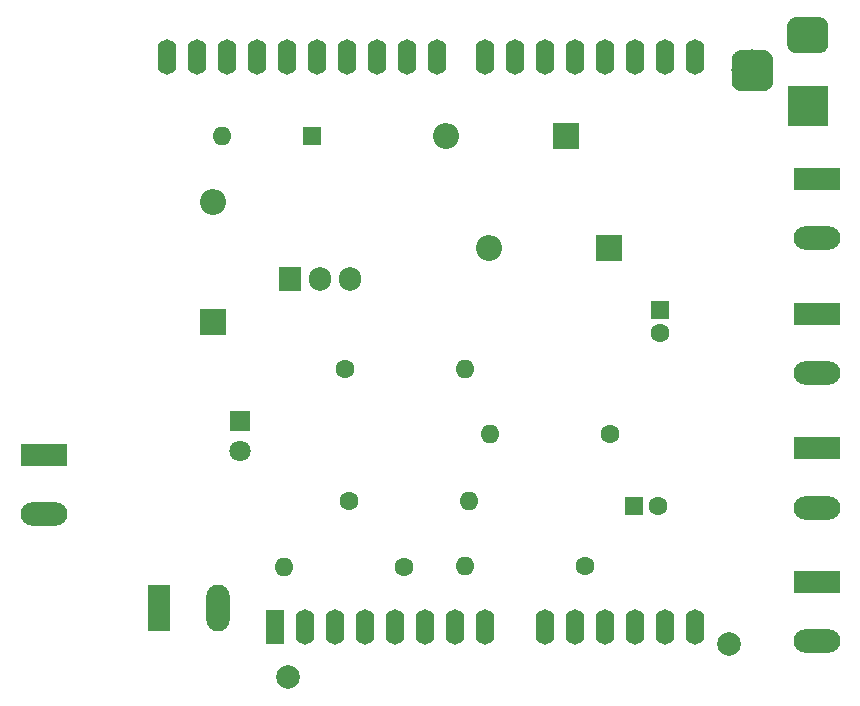
<source format=gbr>
G04 #@! TF.GenerationSoftware,KiCad,Pcbnew,5.0.2-bee76a0~70~ubuntu16.04.1*
G04 #@! TF.CreationDate,2019-09-09T00:06:54-05:00*
G04 #@! TF.ProjectId,sensor_machine,73656e73-6f72-45f6-9d61-6368696e652e,V1*
G04 #@! TF.SameCoordinates,Original*
G04 #@! TF.FileFunction,Copper,L1,Top*
G04 #@! TF.FilePolarity,Positive*
%FSLAX46Y46*%
G04 Gerber Fmt 4.6, Leading zero omitted, Abs format (unit mm)*
G04 Created by KiCad (PCBNEW 5.0.2-bee76a0~70~ubuntu16.04.1) date lun 09 sep 2019 00:06:54 -05*
%MOMM*%
%LPD*%
G01*
G04 APERTURE LIST*
G04 #@! TA.AperFunction,ComponentPad*
%ADD10O,1.600000X3.000000*%
G04 #@! TD*
G04 #@! TA.AperFunction,ComponentPad*
%ADD11R,1.600000X3.000000*%
G04 #@! TD*
G04 #@! TA.AperFunction,ComponentPad*
%ADD12R,3.960000X1.980000*%
G04 #@! TD*
G04 #@! TA.AperFunction,ComponentPad*
%ADD13O,3.960000X1.980000*%
G04 #@! TD*
G04 #@! TA.AperFunction,ComponentPad*
%ADD14R,1.600000X1.600000*%
G04 #@! TD*
G04 #@! TA.AperFunction,ComponentPad*
%ADD15C,1.600000*%
G04 #@! TD*
G04 #@! TA.AperFunction,ComponentPad*
%ADD16R,2.200000X2.200000*%
G04 #@! TD*
G04 #@! TA.AperFunction,ComponentPad*
%ADD17O,2.200000X2.200000*%
G04 #@! TD*
G04 #@! TA.AperFunction,ComponentPad*
%ADD18R,1.800000X1.800000*%
G04 #@! TD*
G04 #@! TA.AperFunction,ComponentPad*
%ADD19C,1.800000*%
G04 #@! TD*
G04 #@! TA.AperFunction,ComponentPad*
%ADD20R,3.500000X3.500000*%
G04 #@! TD*
G04 #@! TA.AperFunction,Conductor*
%ADD21C,0.100000*%
G04 #@! TD*
G04 #@! TA.AperFunction,ComponentPad*
%ADD22C,3.000000*%
G04 #@! TD*
G04 #@! TA.AperFunction,ComponentPad*
%ADD23C,3.500000*%
G04 #@! TD*
G04 #@! TA.AperFunction,ComponentPad*
%ADD24O,1.600000X1.600000*%
G04 #@! TD*
G04 #@! TA.AperFunction,ComponentPad*
%ADD25R,1.905000X2.000000*%
G04 #@! TD*
G04 #@! TA.AperFunction,ComponentPad*
%ADD26O,1.905000X2.000000*%
G04 #@! TD*
G04 #@! TA.AperFunction,ComponentPad*
%ADD27R,1.980000X3.960000*%
G04 #@! TD*
G04 #@! TA.AperFunction,ComponentPad*
%ADD28O,1.980000X3.960000*%
G04 #@! TD*
G04 #@! TA.AperFunction,ComponentPad*
%ADD29C,1.998980*%
G04 #@! TD*
G04 APERTURE END LIST*
D10*
G04 #@! TO.P,U1,16*
G04 #@! TO.N,Net-(U1-Pad16)*
X172135800Y-71234300D03*
G04 #@! TO.P,U1,15*
G04 #@! TO.N,Net-(U1-Pad15)*
X174675800Y-71234300D03*
G04 #@! TO.P,U1,30*
G04 #@! TO.N,Net-(U1-Pad30)*
X135055800Y-71234300D03*
G04 #@! TO.P,U1,14*
G04 #@! TO.N,Net-(J6-Pad1)*
X174675800Y-119494300D03*
G04 #@! TO.P,U1,29*
G04 #@! TO.N,GND*
X137595800Y-71234300D03*
G04 #@! TO.P,U1,13*
G04 #@! TO.N,Net-(U1-Pad13)*
X172135800Y-119494300D03*
G04 #@! TO.P,U1,28*
G04 #@! TO.N,Net-(U1-Pad28)*
X140135800Y-71234300D03*
G04 #@! TO.P,U1,12*
G04 #@! TO.N,/A3*
X169595800Y-119494300D03*
G04 #@! TO.P,U1,27*
G04 #@! TO.N,Net-(U1-Pad27)*
X142675800Y-71234300D03*
G04 #@! TO.P,U1,11*
G04 #@! TO.N,Net-(U1-Pad11)*
X167055800Y-119494300D03*
G04 #@! TO.P,U1,26*
G04 #@! TO.N,Net-(U1-Pad26)*
X145215800Y-71234300D03*
G04 #@! TO.P,U1,10*
G04 #@! TO.N,Net-(U1-Pad10)*
X164515800Y-119494300D03*
G04 #@! TO.P,U1,25*
G04 #@! TO.N,Net-(U1-Pad25)*
X147755800Y-71234300D03*
G04 #@! TO.P,U1,9*
G04 #@! TO.N,Net-(U1-Pad9)*
X161975800Y-119494300D03*
G04 #@! TO.P,U1,24*
G04 #@! TO.N,Net-(U1-Pad24)*
X150295800Y-71234300D03*
G04 #@! TO.P,U1,8*
G04 #@! TO.N,Net-(U1-Pad8)*
X156895800Y-119494300D03*
G04 #@! TO.P,U1,23*
G04 #@! TO.N,Net-(U1-Pad23)*
X152835800Y-71234300D03*
G04 #@! TO.P,U1,7*
G04 #@! TO.N,GND*
X154355800Y-119494300D03*
G04 #@! TO.P,U1,22*
G04 #@! TO.N,Net-(U1-Pad22)*
X156895800Y-71234300D03*
G04 #@! TO.P,U1,6*
G04 #@! TO.N,GND*
X151815800Y-119494300D03*
G04 #@! TO.P,U1,21*
G04 #@! TO.N,/D6*
X159435800Y-71234300D03*
G04 #@! TO.P,U1,5*
G04 #@! TO.N,/5v*
X149275800Y-119494300D03*
G04 #@! TO.P,U1,20*
G04 #@! TO.N,Net-(U1-Pad20)*
X161975800Y-71234300D03*
G04 #@! TO.P,U1,4*
G04 #@! TO.N,Net-(U1-Pad4)*
X146735800Y-119494300D03*
G04 #@! TO.P,U1,19*
G04 #@! TO.N,/D4*
X164515800Y-71234300D03*
G04 #@! TO.P,U1,3*
G04 #@! TO.N,Net-(U1-Pad3)*
X144195800Y-119494300D03*
G04 #@! TO.P,U1,18*
G04 #@! TO.N,Net-(U1-Pad18)*
X167055800Y-71234300D03*
G04 #@! TO.P,U1,2*
G04 #@! TO.N,Net-(U1-Pad2)*
X141655800Y-119494300D03*
G04 #@! TO.P,U1,17*
G04 #@! TO.N,Net-(U1-Pad17)*
X169595800Y-71234300D03*
D11*
G04 #@! TO.P,U1,1*
G04 #@! TO.N,Net-(U1-Pad1)*
X139115800Y-119494300D03*
D10*
G04 #@! TO.P,U1,31*
G04 #@! TO.N,Net-(U1-Pad31)*
X132515800Y-71234300D03*
G04 #@! TO.P,U1,32*
G04 #@! TO.N,Net-(U1-Pad32)*
X129975800Y-71234300D03*
G04 #@! TD*
D12*
G04 #@! TO.P,J5,1*
G04 #@! TO.N,Net-(D4-Pad1)*
X119570500Y-104940100D03*
D13*
G04 #@! TO.P,J5,2*
G04 #@! TO.N,GND*
X119570500Y-109940100D03*
G04 #@! TD*
D14*
G04 #@! TO.P,C1,1*
G04 #@! TO.N,/A3*
X169570400Y-109270800D03*
D15*
G04 #@! TO.P,C1,2*
G04 #@! TO.N,GND*
X171570400Y-109270800D03*
G04 #@! TD*
G04 #@! TO.P,C2,2*
G04 #@! TO.N,GND*
X171767500Y-94633800D03*
D14*
G04 #@! TO.P,C2,1*
G04 #@! TO.N,+12V*
X171767500Y-92633800D03*
G04 #@! TD*
D16*
G04 #@! TO.P,D1,1*
G04 #@! TO.N,+12V*
X167436800Y-87401400D03*
D17*
G04 #@! TO.P,D1,2*
G04 #@! TO.N,+7.5V*
X157276800Y-87401400D03*
G04 #@! TD*
D18*
G04 #@! TO.P,D2,1*
G04 #@! TO.N,GND*
X136207500Y-102044500D03*
D19*
G04 #@! TO.P,D2,2*
G04 #@! TO.N,Net-(D2-Pad2)*
X136207500Y-104584500D03*
G04 #@! TD*
D16*
G04 #@! TO.P,D3,1*
G04 #@! TO.N,Net-(D3-Pad1)*
X163766500Y-77901800D03*
D17*
G04 #@! TO.P,D3,2*
G04 #@! TO.N,+12V*
X153606500Y-77901800D03*
G04 #@! TD*
G04 #@! TO.P,D4,2*
G04 #@! TO.N,+7.5V*
X133908800Y-83464400D03*
D16*
G04 #@! TO.P,D4,1*
G04 #@! TO.N,Net-(D4-Pad1)*
X133908800Y-93624400D03*
G04 #@! TD*
D20*
G04 #@! TO.P,J1,1*
G04 #@! TO.N,Net-(J1-Pad1)*
X184251600Y-75361800D03*
D21*
G04 #@! TD*
G04 #@! TO.N,GND*
G04 #@! TO.C,J1*
G36*
X185325113Y-67865411D02*
X185397918Y-67876211D01*
X185469314Y-67894095D01*
X185538613Y-67918890D01*
X185605148Y-67950359D01*
X185668278Y-67988198D01*
X185727395Y-68032042D01*
X185781930Y-68081470D01*
X185831358Y-68136005D01*
X185875202Y-68195122D01*
X185913041Y-68258252D01*
X185944510Y-68324787D01*
X185969305Y-68394086D01*
X185987189Y-68465482D01*
X185997989Y-68538287D01*
X186001600Y-68611800D01*
X186001600Y-70111800D01*
X185997989Y-70185313D01*
X185987189Y-70258118D01*
X185969305Y-70329514D01*
X185944510Y-70398813D01*
X185913041Y-70465348D01*
X185875202Y-70528478D01*
X185831358Y-70587595D01*
X185781930Y-70642130D01*
X185727395Y-70691558D01*
X185668278Y-70735402D01*
X185605148Y-70773241D01*
X185538613Y-70804710D01*
X185469314Y-70829505D01*
X185397918Y-70847389D01*
X185325113Y-70858189D01*
X185251600Y-70861800D01*
X183251600Y-70861800D01*
X183178087Y-70858189D01*
X183105282Y-70847389D01*
X183033886Y-70829505D01*
X182964587Y-70804710D01*
X182898052Y-70773241D01*
X182834922Y-70735402D01*
X182775805Y-70691558D01*
X182721270Y-70642130D01*
X182671842Y-70587595D01*
X182627998Y-70528478D01*
X182590159Y-70465348D01*
X182558690Y-70398813D01*
X182533895Y-70329514D01*
X182516011Y-70258118D01*
X182505211Y-70185313D01*
X182501600Y-70111800D01*
X182501600Y-68611800D01*
X182505211Y-68538287D01*
X182516011Y-68465482D01*
X182533895Y-68394086D01*
X182558690Y-68324787D01*
X182590159Y-68258252D01*
X182627998Y-68195122D01*
X182671842Y-68136005D01*
X182721270Y-68081470D01*
X182775805Y-68032042D01*
X182834922Y-67988198D01*
X182898052Y-67950359D01*
X182964587Y-67918890D01*
X183033886Y-67894095D01*
X183105282Y-67876211D01*
X183178087Y-67865411D01*
X183251600Y-67861800D01*
X185251600Y-67861800D01*
X185325113Y-67865411D01*
X185325113Y-67865411D01*
G37*
D22*
G04 #@! TO.P,J1,2*
G04 #@! TO.N,GND*
X184251600Y-69361800D03*
D21*
G04 #@! TD*
G04 #@! TO.N,GND*
G04 #@! TO.C,J1*
G36*
X180512365Y-70616013D02*
X180597304Y-70628613D01*
X180680599Y-70649477D01*
X180761448Y-70678405D01*
X180839072Y-70715119D01*
X180912724Y-70759264D01*
X180981694Y-70810416D01*
X181045318Y-70868082D01*
X181102984Y-70931706D01*
X181154136Y-71000676D01*
X181198281Y-71074328D01*
X181234995Y-71151952D01*
X181263923Y-71232801D01*
X181284787Y-71316096D01*
X181297387Y-71401035D01*
X181301600Y-71486800D01*
X181301600Y-73236800D01*
X181297387Y-73322565D01*
X181284787Y-73407504D01*
X181263923Y-73490799D01*
X181234995Y-73571648D01*
X181198281Y-73649272D01*
X181154136Y-73722924D01*
X181102984Y-73791894D01*
X181045318Y-73855518D01*
X180981694Y-73913184D01*
X180912724Y-73964336D01*
X180839072Y-74008481D01*
X180761448Y-74045195D01*
X180680599Y-74074123D01*
X180597304Y-74094987D01*
X180512365Y-74107587D01*
X180426600Y-74111800D01*
X178676600Y-74111800D01*
X178590835Y-74107587D01*
X178505896Y-74094987D01*
X178422601Y-74074123D01*
X178341752Y-74045195D01*
X178264128Y-74008481D01*
X178190476Y-73964336D01*
X178121506Y-73913184D01*
X178057882Y-73855518D01*
X178000216Y-73791894D01*
X177949064Y-73722924D01*
X177904919Y-73649272D01*
X177868205Y-73571648D01*
X177839277Y-73490799D01*
X177818413Y-73407504D01*
X177805813Y-73322565D01*
X177801600Y-73236800D01*
X177801600Y-71486800D01*
X177805813Y-71401035D01*
X177818413Y-71316096D01*
X177839277Y-71232801D01*
X177868205Y-71151952D01*
X177904919Y-71074328D01*
X177949064Y-71000676D01*
X178000216Y-70931706D01*
X178057882Y-70868082D01*
X178121506Y-70810416D01*
X178190476Y-70759264D01*
X178264128Y-70715119D01*
X178341752Y-70678405D01*
X178422601Y-70649477D01*
X178505896Y-70628613D01*
X178590835Y-70616013D01*
X178676600Y-70611800D01*
X180426600Y-70611800D01*
X180512365Y-70616013D01*
X180512365Y-70616013D01*
G37*
D23*
G04 #@! TO.P,J1,3*
G04 #@! TO.N,GND*
X179551600Y-72361800D03*
G04 #@! TD*
D14*
G04 #@! TO.P,J2,1*
G04 #@! TO.N,+12V*
X142303500Y-77901800D03*
D24*
G04 #@! TO.P,J2,2*
G04 #@! TO.N,Net-(J1-Pad1)*
X134683500Y-77901800D03*
G04 #@! TD*
D12*
G04 #@! TO.P,J3,1*
G04 #@! TO.N,/5v*
X184988200Y-104368600D03*
D13*
G04 #@! TO.P,J3,2*
G04 #@! TO.N,GND*
X184988200Y-109368600D03*
G04 #@! TD*
G04 #@! TO.P,J4,2*
G04 #@! TO.N,GND*
X184988200Y-120709700D03*
D12*
G04 #@! TO.P,J4,1*
G04 #@! TO.N,Net-(J4-Pad1)*
X184988200Y-115709700D03*
G04 #@! TD*
D15*
G04 #@! TO.P,R1,1*
G04 #@! TO.N,Net-(R1-Pad1)*
X145097500Y-97675700D03*
D24*
G04 #@! TO.P,R1,2*
G04 #@! TO.N,+7.5V*
X155257500Y-97675700D03*
G04 #@! TD*
G04 #@! TO.P,R2,2*
G04 #@! TO.N,GND*
X155524200Y-108851700D03*
D15*
G04 #@! TO.P,R2,1*
G04 #@! TO.N,Net-(R1-Pad1)*
X145364200Y-108851700D03*
G04 #@! TD*
G04 #@! TO.P,R3,1*
G04 #@! TO.N,Net-(J4-Pad1)*
X167525700Y-103174800D03*
D24*
G04 #@! TO.P,R3,2*
G04 #@! TO.N,/A3*
X157365700Y-103174800D03*
G04 #@! TD*
D15*
G04 #@! TO.P,R4,1*
G04 #@! TO.N,+7.5V*
X150025100Y-114376200D03*
D24*
G04 #@! TO.P,R4,2*
G04 #@! TO.N,Net-(D2-Pad2)*
X139865100Y-114376200D03*
G04 #@! TD*
G04 #@! TO.P,R5,2*
G04 #@! TO.N,GND*
X155257500Y-114312700D03*
D15*
G04 #@! TO.P,R5,1*
G04 #@! TO.N,/A3*
X165417500Y-114312700D03*
G04 #@! TD*
D25*
G04 #@! TO.P,U2,1*
G04 #@! TO.N,Net-(R1-Pad1)*
X140423900Y-89992200D03*
D26*
G04 #@! TO.P,U2,2*
G04 #@! TO.N,+7.5V*
X142963900Y-89992200D03*
G04 #@! TO.P,U2,3*
G04 #@! TO.N,+12V*
X145503900Y-89992200D03*
G04 #@! TD*
D27*
G04 #@! TO.P,J7,1*
G04 #@! TO.N,Net-(J7-Pad1)*
X129324100Y-117894100D03*
D28*
G04 #@! TO.P,J7,2*
G04 #@! TO.N,GND*
X134324100Y-117894100D03*
G04 #@! TD*
D13*
G04 #@! TO.P,J8,2*
G04 #@! TO.N,GND*
X184988200Y-97989400D03*
D12*
G04 #@! TO.P,J8,1*
G04 #@! TO.N,/D6*
X184988200Y-92989400D03*
G04 #@! TD*
G04 #@! TO.P,J11,1*
G04 #@! TO.N,/D4*
X184988200Y-81534000D03*
D13*
G04 #@! TO.P,J11,2*
G04 #@! TO.N,GND*
X184988200Y-86534000D03*
G04 #@! TD*
D29*
G04 #@! TO.P,,1*
G04 #@! TO.N,Net-(J6-Pad1)*
X177584100Y-120904000D03*
G04 #@! TD*
G04 #@! TO.P,J9,1*
G04 #@! TO.N,Net-(J7-Pad1)*
X140220700Y-123748800D03*
G04 #@! TD*
M02*

</source>
